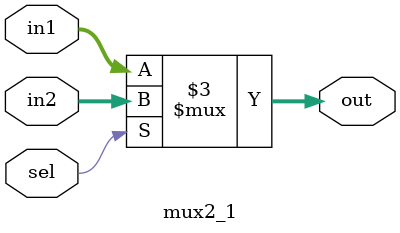
<source format=v>
`timescale 1ns/1ps
module mux2_1(input sel,input [31:0] in1,in2 , output reg [31:0] out);

always @(*)
begin
if(sel)
out = in2;
else
out = in1;
end

endmodule

</source>
